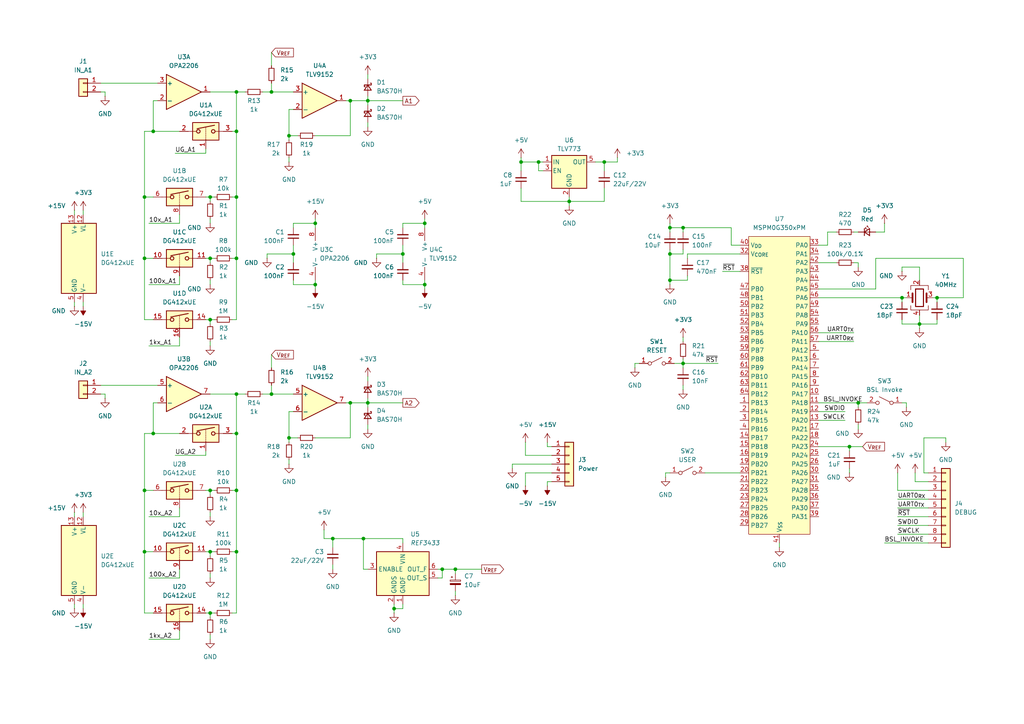
<source format=kicad_sch>
(kicad_sch (version 20250114) (generator "eeschema") (generator_version "9.0")
  (paper "A4")
  (junction (at 68.58 38.1))
  (junction (at 60.96 160.02))
  (junction (at 83.82 127))
  (junction (at 41.91 160.02))
  (junction (at 68.58 125.73))
  (junction (at 271.78 86.36))
  (junction (at 91.44 64.77))
  (junction (at 44.45 125.73))
  (junction (at 194.31 81.28))
  (junction (at 123.19 64.77))
  (junction (at 41.91 74.93))
  (junction (at 68.58 26.67))
  (junction (at 198.12 66.04))
  (junction (at 68.58 57.15))
  (junction (at 85.09 73.66))
  (junction (at 68.58 114.3))
  (junction (at 68.58 74.93))
  (junction (at 132.08 165.1))
  (junction (at 151.13 46.99))
  (junction (at 198.12 105.41))
  (junction (at 123.19 82.55))
  (junction (at 96.52 156.21))
  (junction (at 106.68 116.84))
  (junction (at 60.96 74.93))
  (junction (at 194.31 73.66))
  (junction (at 60.96 142.24))
  (junction (at 41.91 142.24))
  (junction (at 194.31 66.04))
  (junction (at 165.1 58.42))
  (junction (at 101.6 29.21))
  (junction (at 261.62 86.36))
  (junction (at 60.96 57.15))
  (junction (at 106.68 29.21))
  (junction (at 248.92 116.84))
  (junction (at 83.82 39.37))
  (junction (at 41.91 57.15))
  (junction (at 116.84 73.66))
  (junction (at 266.7 93.98))
  (junction (at 60.96 92.71))
  (junction (at 114.3 176.53))
  (junction (at 175.26 46.99))
  (junction (at 246.38 129.54))
  (junction (at 91.44 82.55))
  (junction (at 68.58 160.02))
  (junction (at 105.41 156.21))
  (junction (at 156.21 46.99))
  (junction (at 68.58 142.24))
  (junction (at 60.96 177.8))
  (junction (at 78.74 114.3))
  (junction (at 44.45 38.1))
  (junction (at 128.27 165.1))
  (junction (at 101.6 116.84))
  (junction (at 78.74 26.67))
  (wire (pts (xy 248.92 123.19) (xy 248.92 124.46)))
  (wire (pts (xy 21.59 60.96) (xy 21.59 62.23)))
  (wire (pts (xy 114.3 176.53) (xy 114.3 177.8)))
  (wire (pts (xy 41.91 125.73) (xy 41.91 142.24)))
  (wire (pts (xy 198.12 111.76) (xy 198.12 113.03)))
  (wire (pts (xy 41.91 125.73) (xy 44.45 125.73)))
  (wire (pts (xy 96.52 156.21) (xy 96.52 158.75)))
  (wire (pts (xy 198.12 105.41) (xy 208.28 105.41)))
  (wire (pts (xy 41.91 92.71) (xy 44.45 92.71)))
  (wire (pts (xy 43.18 185.42) (xy 52.07 185.42)))
  (wire (pts (xy 271.78 92.71) (xy 271.78 93.98)))
  (wire (pts (xy 93.98 156.21) (xy 96.52 156.21)))
  (wire (pts (xy 123.19 82.55) (xy 116.84 82.55)))
  (wire (pts (xy 237.49 99.06) (xy 247.65 99.06)))
  (wire (pts (xy 43.18 64.77) (xy 52.07 64.77)))
  (wire (pts (xy 247.65 67.31) (xy 248.92 67.31)))
  (wire (pts (xy 68.58 114.3) (xy 68.58 125.73)))
  (wire (pts (xy 71.12 114.3) (xy 68.58 114.3)))
  (wire (pts (xy 44.45 125.73) (xy 52.07 125.73)))
  (wire (pts (xy 237.49 116.84) (xy 248.92 116.84)))
  (wire (pts (xy 261.62 77.47) (xy 261.62 78.74)))
  (wire (pts (xy 59.69 142.24) (xy 60.96 142.24)))
  (wire (pts (xy 266.7 77.47) (xy 261.62 77.47)))
  (wire (pts (xy 44.45 29.21) (xy 44.45 38.1)))
  (wire (pts (xy 77.47 73.66) (xy 85.09 73.66)))
  (wire (pts (xy 151.13 58.42) (xy 151.13 54.61)))
  (wire (pts (xy 165.1 57.15) (xy 165.1 58.42)))
  (wire (pts (xy 59.69 177.8) (xy 60.96 177.8)))
  (wire (pts (xy 68.58 160.02) (xy 68.58 177.8)))
  (wire (pts (xy 60.96 142.24) (xy 62.23 142.24)))
  (wire (pts (xy 76.2 114.3) (xy 78.74 114.3)))
  (wire (pts (xy 152.4 132.08) (xy 152.4 128.27)))
  (wire (pts (xy 132.08 171.45) (xy 132.08 172.72)))
  (wire (pts (xy 116.84 156.21) (xy 116.84 157.48)))
  (wire (pts (xy 41.91 57.15) (xy 41.91 74.93)))
  (wire (pts (xy 116.84 82.55) (xy 116.84 81.28)))
  (wire (pts (xy 212.09 66.04) (xy 198.12 66.04)))
  (wire (pts (xy 106.68 116.84) (xy 116.84 116.84)))
  (wire (pts (xy 157.48 49.53) (xy 156.21 49.53)))
  (wire (pts (xy 52.07 182.88) (xy 52.07 185.42)))
  (wire (pts (xy 128.27 167.64) (xy 128.27 165.1)))
  (wire (pts (xy 44.45 38.1) (xy 41.91 38.1)))
  (wire (pts (xy 43.18 100.33) (xy 52.07 100.33)))
  (wire (pts (xy 29.21 24.13) (xy 45.72 24.13)))
  (wire (pts (xy 199.39 81.28) (xy 199.39 80.01)))
  (wire (pts (xy 240.03 67.31) (xy 240.03 71.12)))
  (wire (pts (xy 266.7 93.98) (xy 266.7 95.25)))
  (wire (pts (xy 279.4 74.93) (xy 254 74.93)))
  (wire (pts (xy 67.31 177.8) (xy 68.58 177.8)))
  (wire (pts (xy 67.31 125.73) (xy 68.58 125.73)))
  (wire (pts (xy 262.89 116.84) (xy 262.89 118.11)))
  (wire (pts (xy 256.54 67.31) (xy 254 67.31)))
  (wire (pts (xy 60.96 177.8) (xy 60.96 179.07)))
  (wire (pts (xy 248.92 77.47) (xy 248.92 76.2)))
  (wire (pts (xy 274.32 128.27) (xy 274.32 127)))
  (wire (pts (xy 83.82 39.37) (xy 86.36 39.37)))
  (wire (pts (xy 59.69 132.08) (xy 50.8 132.08)))
  (wire (pts (xy 60.96 99.06) (xy 60.96 100.33)))
  (wire (pts (xy 44.45 116.84) (xy 45.72 116.84)))
  (wire (pts (xy 271.78 86.36) (xy 279.4 86.36)))
  (wire (pts (xy 105.41 165.1) (xy 106.68 165.1)))
  (wire (pts (xy 123.19 64.77) (xy 123.19 66.04)))
  (wire (pts (xy 83.82 119.38) (xy 85.09 119.38)))
  (wire (pts (xy 85.09 26.67) (xy 78.74 26.67)))
  (wire (pts (xy 91.44 81.28) (xy 91.44 82.55)))
  (wire (pts (xy 43.18 82.55) (xy 52.07 82.55)))
  (wire (pts (xy 96.52 163.83) (xy 96.52 165.1)))
  (wire (pts (xy 60.96 166.37) (xy 60.96 167.64)))
  (wire (pts (xy 160.02 132.08) (xy 152.4 132.08)))
  (wire (pts (xy 279.4 86.36) (xy 279.4 74.93)))
  (wire (pts (xy 261.62 87.63) (xy 261.62 86.36)))
  (wire (pts (xy 123.19 81.28) (xy 123.19 82.55)))
  (wire (pts (xy 123.19 82.55) (xy 123.19 83.82)))
  (wire (pts (xy 52.07 80.01) (xy 52.07 82.55)))
  (wire (pts (xy 106.68 27.94) (xy 106.68 29.21)))
  (wire (pts (xy 116.84 156.21) (xy 105.41 156.21)))
  (wire (pts (xy 148.59 134.62) (xy 160.02 134.62)))
  (wire (pts (xy 106.68 30.48) (xy 106.68 29.21)))
  (wire (pts (xy 85.09 73.66) (xy 85.09 76.2)))
  (wire (pts (xy 24.13 87.63) (xy 24.13 88.9)))
  (wire (pts (xy 160.02 129.54) (xy 158.75 129.54)))
  (wire (pts (xy 67.31 38.1) (xy 68.58 38.1)))
  (wire (pts (xy 109.22 73.66) (xy 116.84 73.66)))
  (wire (pts (xy 158.75 140.97) (xy 158.75 139.7)))
  (wire (pts (xy 68.58 38.1) (xy 68.58 57.15)))
  (wire (pts (xy 101.6 29.21) (xy 106.68 29.21)))
  (wire (pts (xy 60.96 142.24) (xy 60.96 143.51)))
  (wire (pts (xy 83.82 127) (xy 86.36 127)))
  (wire (pts (xy 194.31 81.28) (xy 199.39 81.28)))
  (wire (pts (xy 52.07 147.32) (xy 52.07 149.86)))
  (wire (pts (xy 266.7 81.28) (xy 266.7 77.47)))
  (wire (pts (xy 60.96 160.02) (xy 62.23 160.02)))
  (wire (pts (xy 85.09 114.3) (xy 78.74 114.3)))
  (wire (pts (xy 127 167.64) (xy 128.27 167.64)))
  (wire (pts (xy 256.54 157.48) (xy 269.24 157.48)))
  (wire (pts (xy 246.38 129.54) (xy 246.38 130.81)))
  (wire (pts (xy 41.91 160.02) (xy 41.91 177.8)))
  (wire (pts (xy 237.49 86.36) (xy 261.62 86.36)))
  (wire (pts (xy 59.69 74.93) (xy 60.96 74.93)))
  (wire (pts (xy 246.38 135.89) (xy 246.38 137.16)))
  (wire (pts (xy 101.6 29.21) (xy 101.6 39.37)))
  (wire (pts (xy 59.69 92.71) (xy 60.96 92.71)))
  (wire (pts (xy 78.74 114.3) (xy 78.74 111.76)))
  (wire (pts (xy 59.69 130.81) (xy 59.69 132.08)))
  (wire (pts (xy 91.44 64.77) (xy 85.09 64.77)))
  (wire (pts (xy 60.96 81.28) (xy 60.96 82.55)))
  (wire (pts (xy 256.54 64.77) (xy 256.54 67.31)))
  (wire (pts (xy 83.82 39.37) (xy 83.82 40.64)))
  (wire (pts (xy 67.31 92.71) (xy 68.58 92.71)))
  (wire (pts (xy 93.98 153.67) (xy 93.98 156.21)))
  (wire (pts (xy 198.12 66.04) (xy 194.31 66.04)))
  (wire (pts (xy 209.55 78.74) (xy 214.63 78.74)))
  (wire (pts (xy 105.41 156.21) (xy 105.41 165.1)))
  (wire (pts (xy 106.68 109.22) (xy 106.68 110.49)))
  (wire (pts (xy 24.13 148.59) (xy 24.13 149.86)))
  (wire (pts (xy 106.68 123.19) (xy 106.68 124.46)))
  (wire (pts (xy 21.59 87.63) (xy 21.59 88.9)))
  (wire (pts (xy 91.44 63.5) (xy 91.44 64.77)))
  (wire (pts (xy 261.62 86.36) (xy 262.89 86.36)))
  (wire (pts (xy 242.57 67.31) (xy 240.03 67.31)))
  (wire (pts (xy 175.26 46.99) (xy 172.72 46.99)))
  (wire (pts (xy 260.35 137.16) (xy 260.35 142.24)))
  (wire (pts (xy 214.63 71.12) (xy 212.09 71.12)))
  (wire (pts (xy 41.91 74.93) (xy 44.45 74.93)))
  (wire (pts (xy 68.58 125.73) (xy 68.58 142.24)))
  (wire (pts (xy 60.96 114.3) (xy 68.58 114.3)))
  (wire (pts (xy 101.6 116.84) (xy 106.68 116.84)))
  (wire (pts (xy 260.35 147.32) (xy 269.24 147.32)))
  (wire (pts (xy 21.59 175.26) (xy 21.59 176.53)))
  (wire (pts (xy 237.49 76.2) (xy 242.57 76.2)))
  (wire (pts (xy 68.58 142.24) (xy 68.58 160.02)))
  (wire (pts (xy 132.08 165.1) (xy 132.08 166.37)))
  (wire (pts (xy 151.13 49.53) (xy 151.13 46.99)))
  (wire (pts (xy 265.43 139.7) (xy 269.24 139.7)))
  (wire (pts (xy 24.13 175.26) (xy 24.13 176.53)))
  (wire (pts (xy 41.91 74.93) (xy 41.91 92.71)))
  (wire (pts (xy 109.22 74.93) (xy 109.22 73.66)))
  (wire (pts (xy 68.58 26.67) (xy 68.58 38.1)))
  (wire (pts (xy 21.59 148.59) (xy 21.59 149.86)))
  (wire (pts (xy 52.07 97.79) (xy 52.07 100.33)))
  (wire (pts (xy 41.91 57.15) (xy 44.45 57.15)))
  (wire (pts (xy 44.45 38.1) (xy 52.07 38.1)))
  (wire (pts (xy 83.82 119.38) (xy 83.82 127)))
  (wire (pts (xy 91.44 82.55) (xy 85.09 82.55)))
  (wire (pts (xy 96.52 156.21) (xy 105.41 156.21)))
  (wire (pts (xy 68.58 74.93) (xy 68.58 92.71)))
  (wire (pts (xy 261.62 116.84) (xy 262.89 116.84)))
  (wire (pts (xy 106.68 35.56) (xy 106.68 36.83)))
  (wire (pts (xy 59.69 160.02) (xy 60.96 160.02)))
  (wire (pts (xy 266.7 91.44) (xy 266.7 93.98)))
  (wire (pts (xy 41.91 38.1) (xy 41.91 57.15)))
  (wire (pts (xy 106.68 118.11) (xy 106.68 116.84)))
  (wire (pts (xy 198.12 72.39) (xy 198.12 73.66)))
  (wire (pts (xy 30.48 114.3) (xy 29.21 114.3)))
  (wire (pts (xy 43.18 149.86) (xy 52.07 149.86)))
  (wire (pts (xy 76.2 26.67) (xy 78.74 26.67)))
  (wire (pts (xy 116.84 176.53) (xy 116.84 175.26)))
  (wire (pts (xy 106.68 29.21) (xy 116.84 29.21)))
  (wire (pts (xy 127 165.1) (xy 128.27 165.1)))
  (wire (pts (xy 106.68 21.59) (xy 106.68 22.86)))
  (wire (pts (xy 83.82 31.75) (xy 83.82 39.37)))
  (wire (pts (xy 165.1 58.42) (xy 151.13 58.42)))
  (wire (pts (xy 237.49 119.38) (xy 245.11 119.38)))
  (wire (pts (xy 165.1 58.42) (xy 165.1 59.69)))
  (wire (pts (xy 237.49 96.52) (xy 247.65 96.52)))
  (wire (pts (xy 83.82 45.72) (xy 83.82 46.99)))
  (wire (pts (xy 151.13 46.99) (xy 156.21 46.99)))
  (wire (pts (xy 158.75 139.7) (xy 160.02 139.7)))
  (wire (pts (xy 132.08 165.1) (xy 139.7 165.1)))
  (wire (pts (xy 204.47 137.16) (xy 214.63 137.16)))
  (wire (pts (xy 128.27 165.1) (xy 132.08 165.1)))
  (wire (pts (xy 101.6 39.37) (xy 91.44 39.37)))
  (wire (pts (xy 41.91 160.02) (xy 44.45 160.02)))
  (wire (pts (xy 83.82 133.35) (xy 83.82 134.62)))
  (wire (pts (xy 254 74.93) (xy 254 83.82)))
  (wire (pts (xy 78.74 15.24) (xy 78.74 19.05)))
  (wire (pts (xy 114.3 176.53) (xy 116.84 176.53)))
  (wire (pts (xy 91.44 64.77) (xy 91.44 66.04)))
  (wire (pts (xy 60.96 74.93) (xy 60.96 76.2)))
  (wire (pts (xy 195.58 105.41) (xy 198.12 105.41)))
  (wire (pts (xy 100.33 29.21) (xy 101.6 29.21)))
  (wire (pts (xy 193.04 137.16) (xy 193.04 138.43)))
  (wire (pts (xy 274.32 127) (xy 267.97 127)))
  (wire (pts (xy 152.4 137.16) (xy 152.4 140.97)))
  (wire (pts (xy 85.09 82.55) (xy 85.09 81.28)))
  (wire (pts (xy 226.06 157.48) (xy 226.06 158.75)))
  (wire (pts (xy 260.35 142.24) (xy 269.24 142.24)))
  (wire (pts (xy 198.12 97.79) (xy 198.12 99.06)))
  (wire (pts (xy 78.74 102.87) (xy 78.74 106.68)))
  (wire (pts (xy 198.12 66.04) (xy 198.12 67.31)))
  (wire (pts (xy 30.48 115.57) (xy 30.48 114.3)))
  (wire (pts (xy 59.69 43.18) (xy 59.69 44.45)))
  (wire (pts (xy 260.35 154.94) (xy 269.24 154.94)))
  (wire (pts (xy 60.96 184.15) (xy 60.96 185.42)))
  (wire (pts (xy 270.51 86.36) (xy 271.78 86.36)))
  (wire (pts (xy 175.26 49.53) (xy 175.26 46.99)))
  (wire (pts (xy 91.44 82.55) (xy 91.44 83.82)))
  (wire (pts (xy 212.09 71.12) (xy 212.09 66.04)))
  (wire (pts (xy 185.42 105.41) (xy 184.15 105.41)))
  (wire (pts (xy 214.63 73.66) (xy 199.39 73.66)))
  (wire (pts (xy 85.09 31.75) (xy 83.82 31.75)))
  (wire (pts (xy 194.31 64.77) (xy 194.31 66.04)))
  (wire (pts (xy 30.48 27.94) (xy 30.48 26.67)))
  (wire (pts (xy 67.31 57.15) (xy 68.58 57.15)))
  (wire (pts (xy 237.49 121.92) (xy 245.11 121.92)))
  (wire (pts (xy 265.43 137.16) (xy 265.43 139.7)))
  (wire (pts (xy 68.58 26.67) (xy 71.12 26.67)))
  (wire (pts (xy 260.35 144.78) (xy 269.24 144.78)))
  (wire (pts (xy 60.96 57.15) (xy 62.23 57.15)))
  (wire (pts (xy 175.26 54.61) (xy 175.26 58.42)))
  (wire (pts (xy 52.07 62.23) (xy 52.07 64.77)))
  (wire (pts (xy 67.31 74.93) (xy 68.58 74.93)))
  (wire (pts (xy 267.97 137.16) (xy 269.24 137.16)))
  (wire (pts (xy 52.07 165.1) (xy 52.07 167.64)))
  (wire (pts (xy 148.59 135.89) (xy 148.59 134.62)))
  (wire (pts (xy 165.1 58.42) (xy 175.26 58.42)))
  (wire (pts (xy 59.69 57.15) (xy 60.96 57.15)))
  (wire (pts (xy 260.35 149.86) (xy 269.24 149.86)))
  (wire (pts (xy 158.75 129.54) (xy 158.75 128.27)))
  (wire (pts (xy 156.21 46.99) (xy 156.21 49.53)))
  (wire (pts (xy 83.82 127) (xy 83.82 128.27)))
  (wire (pts (xy 60.96 63.5) (xy 60.96 64.77)))
  (wire (pts (xy 67.31 142.24) (xy 68.58 142.24)))
  (wire (pts (xy 261.62 93.98) (xy 261.62 92.71)))
  (wire (pts (xy 123.19 63.5) (xy 123.19 64.77)))
  (wire (pts (xy 60.96 26.67) (xy 68.58 26.67)))
  (wire (pts (xy 199.39 73.66) (xy 199.39 74.93)))
  (wire (pts (xy 85.09 71.12) (xy 85.09 73.66)))
  (wire (pts (xy 194.31 81.28) (xy 194.31 82.55)))
  (wire (pts (xy 246.38 129.54) (xy 250.19 129.54)))
  (wire (pts (xy 271.78 93.98) (xy 266.7 93.98)))
  (wire (pts (xy 30.48 26.67) (xy 29.21 26.67)))
  (wire (pts (xy 106.68 115.57) (xy 106.68 116.84)))
  (wire (pts (xy 184.15 105.41) (xy 184.15 106.68)))
  (wire (pts (xy 77.47 74.93) (xy 77.47 73.66)))
  (wire (pts (xy 44.45 29.21) (xy 45.72 29.21)))
  (wire (pts (xy 198.12 73.66) (xy 194.31 73.66)))
  (wire (pts (xy 194.31 73.66) (xy 194.31 81.28)))
  (wire (pts (xy 248.92 116.84) (xy 251.46 116.84)))
  (wire (pts (xy 254 83.82) (xy 237.49 83.82)))
  (wire (pts (xy 24.13 60.96) (xy 24.13 62.23)))
  (wire (pts (xy 248.92 76.2) (xy 247.65 76.2)))
  (wire (pts (xy 43.18 167.64) (xy 52.07 167.64)))
  (wire (pts (xy 60.96 57.15) (xy 60.96 58.42)))
  (wire (pts (xy 156.21 46.99) (xy 157.48 46.99)))
  (wire (pts (xy 116.84 73.66) (xy 116.84 76.2)))
  (wire (pts (xy 60.96 74.93) (xy 62.23 74.93)))
  (wire (pts (xy 41.91 142.24) (xy 41.91 160.02)))
  (wire (pts (xy 198.12 105.41) (xy 198.12 106.68)))
  (wire (pts (xy 260.35 152.4) (xy 269.24 152.4)))
  (wire (pts (xy 78.74 26.67) (xy 78.74 24.13)))
  (wire (pts (xy 175.26 46.99) (xy 179.07 46.99)))
  (wire (pts (xy 41.91 177.8) (xy 44.45 177.8)))
  (wire (pts (xy 60.96 148.59) (xy 60.96 149.86)))
  (wire (pts (xy 240.03 71.12) (xy 237.49 71.12)))
  (wire (pts (xy 198.12 104.14) (xy 198.12 105.41)))
  (wire (pts (xy 160.02 137.16) (xy 152.4 137.16)))
  (wire (pts (xy 100.33 116.84) (xy 101.6 116.84)))
  (wire (pts (xy 60.96 177.8) (xy 62.23 177.8)))
  (wire (pts (xy 67.31 160.02) (xy 68.58 160.02)))
  (wire (pts (xy 85.09 64.77) (xy 85.09 66.04)))
  (wire (pts (xy 29.21 111.76) (xy 45.72 111.76)))
  (wire (pts (xy 194.31 137.16) (xy 193.04 137.16)))
  (wire (pts (xy 101.6 116.84) (xy 101.6 127)))
  (wire (pts (xy 237.49 129.54) (xy 246.38 129.54)))
  (wire (pts (xy 194.31 72.39) (xy 194.31 73.66)))
  (wire (pts (xy 194.31 66.04) (xy 194.31 67.31)))
  (wire (pts (xy 101.6 127) (xy 91.44 127)))
  (wire (pts (xy 267.97 127) (xy 267.97 137.16)))
  (wire (pts (xy 116.84 71.12) (xy 116.84 73.66)))
  (wire (pts (xy 59.69 44.45) (xy 50.8 44.45)))
  (wire (pts (xy 44.45 116.84) (xy 44.45 125.73)))
  (wire (pts (xy 60.96 92.71) (xy 62.23 92.71)))
  (wire (pts (xy 248.92 116.84) (xy 248.92 118.11)))
  (wire (pts (xy 151.13 45.72) (xy 151.13 46.99)))
  (wire (pts (xy 179.07 45.72) (xy 179.07 46.99)))
  (wire (pts (xy 271.78 86.36) (xy 271.78 87.63)))
  (wire (pts (xy 123.19 64.77) (xy 116.84 64.77)))
  (wire (pts (xy 41.91 142.24) (xy 44.45 142.24)))
  (wire (pts (xy 116.84 64.77) (xy 116.84 66.04)))
  (wire (pts (xy 114.3 175.26) (xy 114.3 176.53)))
  (wire (pts (xy 266.7 93.98) (xy 261.62 93.98)))
  (wire (pts (xy 60.96 160.02) (xy 60.96 161.29)))
  (wire (pts (xy 68.58 57.15) (xy 68.58 74.93)))
  (wire (pts (xy 60.96 92.71) (xy 60.96 93.98)))
  (label "BSL_INVOKE" (at 250.19 116.84 180))
  (label "SWDIO" (at 245.11 119.38 180))
  (label "~{RST}" (at 260.35 149.86 0))
  (label "1kx_A1" (at 43.18 100.33 0))
  (label "~{RST}" (at 209.55 78.74 0))
  (label "UART0_{TX}" (at 260.35 147.32 0))
  (label "SWCLK" (at 245.11 121.92 180))
  (label "SWCLK" (at 260.35 154.94 0))
  (label "UG_A2" (at 50.8 132.08 0))
  (label "~{RST}" (at 208.28 105.41 180))
  (label "UG_A1" (at 50.8 44.45 0))
  (label "1kx_A2" (at 43.18 185.42 0))
  (label "10x_A2" (at 43.18 149.86 0))
  (label "BSL_INVOKE" (at 256.54 157.48 0))
  (label "SWDIO" (at 260.35 152.4 0))
  (label "UART0_{RX}" (at 247.65 99.06 180))
  (label "UART0_{TX}" (at 247.65 96.52 180))
  (label "100x_A1" (at 43.18 82.55 0))
  (label "10x_A1" (at 43.18 64.77 0))
  (label "100x_A2" (at 43.18 167.64 0))
  (label "UART0_{RX}" (at 260.35 144.78 0))
  (global_label "A2" (shape output) (at 116.84 116.84 0) (property "Intersheetrefs" "${INTERSHEET_REFS}" (effects (hide yes))))
  (global_label "V_{REF}" (shape input) (at 78.74 102.87 0) (property "Intersheetrefs" "${INTERSHEET_REFS}" (effects (hide yes))))
  (global_label "V_{REF}" (shape input) (at 250.19 129.54 0) (property "Intersheetrefs" "${INTERSHEET_REFS}" (effects (hide yes))))
  (global_label "V_{REF}" (shape output) (at 139.7 165.1 0) (property "Intersheetrefs" "${INTERSHEET_REFS}" (effects (hide yes))))
  (global_label "A1" (shape output) (at 116.84 29.21 0) (property "Intersheetrefs" "${INTERSHEET_REFS}" (effects (hide yes))))
  (global_label "V_{REF}" (shape input) (at 78.74 15.24 0) (property "Intersheetrefs" "${INTERSHEET_REFS}" (effects (hide yes))))
  (symbol (lib_id "Device:C_Small") (at 194.31 69.85 180) (unit 1)
    (property "Reference" "C14" (at 191.77 68.5735 0) (effects (justify left)))
    (property "Value" "10uF" (at 191.77 71.1135 0) (effects (justify left)))
    (property "Footprint" "Capacitor_SMD:C_0603_1608Metric" (effects (hide yes)))
    (property "Description" "Unpolarized capacitor, small symbol" (effects (hide yes)))
  )
  (symbol (lib_id "power:-15V") (at 158.75 140.97 180) (unit 1)
    (property "Reference" "#PWR041" (effects (hide yes)))
    (property "Value" "-15V" (at 158.75 146.05 0))
    (property "Description" "Power symbol creates a global label with name \"-15V\"" (effects (hide yes)))
  )
  (symbol (lib_id "power:GND") (at 106.68 36.83 0) (unit 1)
    (property "Reference" "#PWR026" (effects (hide yes)))
    (property "Value" "GND" (at 106.68 41.91 0))
    (property "Description" "Power symbol creates a global label with name \"GND\" , ground" (effects (hide yes)))
  )
  (symbol (lib_id "power:GND") (at 83.82 134.62 0) (unit 1)
    (property "Reference" "#PWR019" (effects (hide yes)))
    (property "Value" "GND" (at 83.82 139.7 0))
    (property "Description" "Power symbol creates a global label with name \"GND\" , ground" (effects (hide yes)))
  )
  (symbol (lib_id "power:GND") (at 184.15 106.68 0) (unit 1)
    (property "Reference" "#PWR045" (effects (hide yes)))
    (property "Value" "GND" (at 184.15 111.76 0))
    (property "Description" "Power symbol creates a global label with name \"GND\" , ground" (effects (hide yes)))
  )
  (symbol (lib_id "Device:R_Small") (at 60.96 163.83 180) (unit 1)
    (property "Reference" "R5" (at 63.5 162.5599 0) (effects (justify right)))
    (property "Value" "1k" (at 63.5 165.0999 0) (effects (justify right)))
    (property "Footprint" "Resistor_SMD:R_0603_1608Metric" (effects (hide yes)))
    (property "Description" "Resistor, small symbol" (effects (hide yes)))
  )
  (symbol (lib_id "Amplifier_Operational:OPA2277") (at 53.34 26.67 0) (unit 1)
    (property "Reference" "U3" (at 53.34 16.51 0))
    (property "Value" "OPA2206" (at 53.34 19.05 0))
    (property "Footprint" "Package_SO:SOIC-8_3.9x4.9mm_P1.27mm" (effects (hide yes)))
    (property "Datasheet" "https://www.ti.com/lit/gpn/opa2206" (effects (hide yes)))
    (property "Description" "Dual High Precision Operational Amplifiers, DIP-8/SOIC-8" (effects (hide yes)))
  )
  (symbol (lib_id "Analog_Switch:DG412xUE") (at 59.69 125.73 0) (unit 1)
    (property "Reference" "U2" (at 59.69 118.11 0))
    (property "Value" "DG412xUE" (at 59.69 120.65 0))
    (property "Footprint" "Package_SO:TSSOP-16_4.4x5mm_P0.65mm" (effects (hide yes)))
    (property "Datasheet" "https://datasheets.maximintegrated.com/en/ds/DG411-DG413.pdf" (effects (hide yes)))
    (property "Description" "Quad SPST Monolithic CMOS Analog Switches, normally OFF, 17Ohm Ron, TSSOP-16" (effects (hide yes)))
  )
  (symbol (lib_id "power:+15V") (at 91.44 63.5 0) (unit 1)
    (property "Reference" "#PWR022" (effects (hide yes)))
    (property "Value" "+15V" (at 91.44 58.42 0))
    (property "Description" "Power symbol creates a global label with name \"+15V\"" (effects (hide yes)))
  )
  (symbol (lib_id "Amplifier_Operational:TLV2372") (at 92.71 116.84 0) (unit 2)
    (property "Reference" "U4" (at 92.71 106.68 0))
    (property "Value" "TLV9152" (at 92.71 109.22 0))
    (property "Footprint" "Package_SO:SOIC-8_3.9x4.9mm_P1.27mm" (effects (hide yes)))
    (property "Datasheet" "https://www.ti.com/lit/ds/symlink/tlv9152.pdf" (effects (hide yes)))
    (property "Description" "Dual Rail-to-Rail Input/Output Operational Amplifier, DIP-8/SOIC-8/VSSOP-8" (effects (hide yes)))
  )
  (symbol (lib_id "power:GND") (at 21.59 176.53 0) (unit 1)
    (property "Reference" "#PWR04" (effects (hide yes)))
    (property "Value" "GND" (at 19.05 177.7999 0) (effects (justify right)))
    (property "Description" "Power symbol creates a global label with name \"GND\" , ground" (effects (hide yes)))
  )
  (symbol (lib_id "Analog_Switch:DG412xUE") (at 52.07 160.02 0) (unit 3)
    (property "Reference" "U2" (at 52.07 152.4 0))
    (property "Value" "DG412xUE" (at 52.07 154.94 0))
    (property "Footprint" "Package_SO:TSSOP-16_4.4x5mm_P0.65mm" (effects (hide yes)))
    (property "Datasheet" "https://datasheets.maximintegrated.com/en/ds/DG411-DG413.pdf" (effects (hide yes)))
    (property "Description" "Quad SPST Monolithic CMOS Analog Switches, normally OFF, 17Ohm Ron, TSSOP-16" (effects (hide yes)))
  )
  (symbol (lib_id "power:GND") (at 60.96 100.33 0) (unit 1)
    (property "Reference" "#PWR013" (effects (hide yes)))
    (property "Value" "GND" (at 60.96 105.41 0))
    (property "Description" "Power symbol creates a global label with name \"GND\" , ground" (effects (hide yes)))
  )
  (symbol (lib_id "Device:C_Small") (at 198.12 69.85 180) (unit 1)
    (property "Reference" "C15" (at 200.66 68.5735 0) (effects (justify right)))
    (property "Value" "100nF" (at 200.66 71.1135 0) (effects (justify right)))
    (property "Footprint" "Capacitor_SMD:C_0603_1608Metric" (effects (hide yes)))
    (property "Description" "Unpolarized capacitor, small symbol" (effects (hide yes)))
  )
  (symbol (lib_id "Device:R_Small") (at 83.82 130.81 180) (unit 1)
    (property "Reference" "R18" (at 81.28 129.5399 0) (effects (justify left)))
    (property "Value" "2k" (at 81.28 132.0799 0) (effects (justify left)))
    (property "Footprint" "Resistor_SMD:R_0603_1608Metric" (effects (hide yes)))
    (property "Description" "Resistor, small symbol" (effects (hide yes)))
  )
  (symbol (lib_id "Amplifier_Operational:TLV2372") (at 125.73 73.66 0) (unit 3)
    (property "Reference" "U4" (at 124.46 72.3899 0) (effects (justify left)))
    (property "Value" "TLV9152" (at 124.46 74.9299 0) (effects (justify left)))
    (property "Footprint" "Package_SO:SOIC-8_3.9x4.9mm_P1.27mm" (effects (hide yes)))
    (property "Datasheet" "https://www.ti.com/lit/ds/symlink/tlv9152.pdf" (effects (hide yes)))
    (property "Description" "Dual Rail-to-Rail Input/Output Operational Amplifier, DIP-8/SOIC-8/VSSOP-8" (effects (hide yes)))
  )
  (symbol (lib_id "Device:R_Small") (at 64.77 142.24 270) (unit 1)
    (property "Reference" "R10" (at 64.77 137.16 90))
    (property "Value" "10k" (at 64.77 139.7 90))
    (property "Footprint" "Resistor_SMD:R_0603_1608Metric" (effects (hide yes)))
    (property "Description" "Resistor, small symbol" (effects (hide yes)))
  )
  (symbol (lib_id "power:+3V3") (at 106.68 21.59 0) (unit 1)
    (property "Reference" "#PWR025" (effects (hide yes)))
    (property "Value" "+3V3" (at 106.68 16.51 0))
    (property "Description" "Power symbol creates a global label with name \"+3V3\"" (effects (hide yes)))
  )
  (symbol (lib_id "Device:R_Small") (at 60.96 181.61 180) (unit 1)
    (property "Reference" "R6" (at 63.5 180.3399 0) (effects (justify right)))
    (property "Value" "1k" (at 63.5 182.8799 0) (effects (justify right)))
    (property "Footprint" "Resistor_SMD:R_0603_1608Metric" (effects (hide yes)))
    (property "Description" "Resistor, small symbol" (effects (hide yes)))
  )
  (symbol (lib_id "meansOfCircuitDesign:MSPM0G350xPM") (at 226.06 101.6 0) (unit 1)
    (property "Reference" "U7" (at 226.06 63.5 0))
    (property "Value" "MSPM0G350xPM" (at 226.06 66.04 0))
    (property "Footprint" "Package_QFP:LQFP-64_10x10mm_P0.5mm" (effects (hide yes)))
    (property "Datasheet" "https://www.ti.com/lit/ds/symlink/mspm0g3507.pdf" (effects (hide yes)))
    (property "Description" "MSPM0G350x Mixed-Signal Microcontrollers With CAN-FD Interface" (effects (hide yes)))
  )
  (symbol (lib_id "power:GND") (at 106.68 124.46 0) (unit 1)
    (property "Reference" "#PWR028" (effects (hide yes)))
    (property "Value" "GND" (at 106.68 129.54 0))
    (property "Description" "Power symbol creates a global label with name \"GND\" , ground" (effects (hide yes)))
  )
  (symbol (lib_id "Device:R_Small") (at 60.96 78.74 180) (unit 1)
    (property "Reference" "R2" (at 63.5 77.4699 0) (effects (justify right)))
    (property "Value" "1k" (at 63.5 80.0099 0) (effects (justify right)))
    (property "Footprint" "Resistor_SMD:R_0603_1608Metric" (effects (hide yes)))
    (property "Description" "Resistor, small symbol" (effects (hide yes)))
  )
  (symbol (lib_id "Device:R_Small") (at 64.77 160.02 270) (unit 1)
    (property "Reference" "R11" (at 64.77 154.94 90))
    (property "Value" "100k" (at 64.77 157.48 90))
    (property "Footprint" "Resistor_SMD:R_0603_1608Metric" (effects (hide yes)))
    (property "Description" "Resistor, small symbol" (effects (hide yes)))
  )
  (symbol (lib_id "power:GND") (at 248.92 77.47 0) (unit 1)
    (property "Reference" "#PWR062" (effects (hide yes)))
    (property "Value" "GND" (at 248.92 82.55 0))
    (property "Description" "Power symbol creates a global label with name \"GND\" , ground" (effects (hide yes)))
  )
  (symbol (lib_id "power:+3V3") (at 256.54 64.77 0) (unit 1)
    (property "Reference" "#PWR065" (effects (hide yes)))
    (property "Value" "+3V3" (at 256.54 59.69 0))
    (property "Description" "Power symbol creates a global label with name \"+3V3\"" (effects (hide yes)))
  )
  (symbol (lib_id "power:+15V") (at 21.59 148.59 0) (unit 1)
    (property "Reference" "#PWR03" (effects (hide yes)))
    (property "Value" "+15V" (at 19.05 147.3199 0) (effects (justify right)))
    (property "Description" "Power symbol creates a global label with name \"+15V\"" (effects (hide yes)))
  )
  (symbol (lib_id "Analog_Switch:DG412xUE") (at 21.59 162.56 0) (unit 5)
    (property "Reference" "U2" (at 29.21 161.2899 0) (effects (justify left)))
    (property "Value" "DG412xUE" (at 29.21 163.8299 0) (effects (justify left)))
    (property "Footprint" "Package_SO:TSSOP-16_4.4x5mm_P0.65mm" (effects (hide yes)))
    (property "Datasheet" "https://datasheets.maximintegrated.com/en/ds/DG411-DG413.pdf" (effects (hide yes)))
    (property "Description" "Quad SPST Monolithic CMOS Analog Switches, normally OFF, 17Ohm Ron, TSSOP-16" (effects (hide yes)))
  )
  (symbol (lib_id "power:+15V") (at 21.59 60.96 0) (unit 1)
    (property "Reference" "#PWR01" (effects (hide yes)))
    (property "Value" "+15V" (at 19.05 59.6899 0) (effects (justify right)))
    (property "Description" "Power symbol creates a global label with name \"+15V\"" (effects (hide yes)))
  )
  (symbol (lib_id "power:-15V") (at 24.13 176.53 180) (unit 1)
    (property "Reference" "#PWR08" (effects (hide yes)))
    (property "Value" "-15V" (at 24.13 181.61 0))
    (property "Description" "Power symbol creates a global label with name \"-15V\"" (effects (hide yes)))
  )
  (symbol (lib_id "Device:R_Small") (at 64.77 57.15 270) (unit 1)
    (property "Reference" "R7" (at 64.77 52.07 90))
    (property "Value" "10k" (at 64.77 54.61 90))
    (property "Footprint" "Resistor_SMD:R_0603_1608Metric" (effects (hide yes)))
    (property "Description" "Resistor, small symbol" (effects (hide yes)))
  )
  (symbol (lib_id "Device:C_Small") (at 116.84 78.74 180) (unit 1)
    (property "Reference" "C6" (at 114.3 77.4635 0) (effects (justify left)))
    (property "Value" "100nF" (at 114.3 80.0035 0) (effects (justify left)))
    (property "Footprint" "Capacitor_SMD:C_0603_1608Metric" (effects (hide yes)))
    (property "Description" "Unpolarized capacitor, small symbol" (effects (hide yes)))
  )
  (symbol (lib_id "Device:C_Polarized_Small") (at 132.08 168.91 0) (unit 1)
    (property "Reference" "C7" (at 134.62 167.0938 0) (effects (justify left)))
    (property "Value" "10uF" (at 134.62 169.6338 0) (effects (justify left)))
    (property "Footprint" "Capacitor_SMD:CP_Elec_4x5.4" (effects (hide yes)))
    (property "Description" "Polarized capacitor, small symbol" (effects (hide yes)))
    (property "MPN" "875105240001" (effects (hide yes)))
  )
  (symbol (lib_id "Device:R_Small") (at 78.74 21.59 180) (unit 1)
    (property "Reference" "R15" (at 81.28 20.3199 0) (effects (justify right)))
    (property "Value" "2k" (at 81.28 22.8599 0) (effects (justify right)))
    (property "Footprint" "Resistor_SMD:R_0603_1608Metric" (effects (hide yes)))
    (property "Description" "Resistor, small symbol" (effects (hide yes)))
  )
  (symbol (lib_id "Device:R_Small") (at 73.66 26.67 90) (unit 1)
    (property "Reference" "R13" (at 73.66 29.21 90))
    (property "Value" "1k" (at 73.66 31.75 90))
    (property "Footprint" "Resistor_SMD:R_0603_1608Metric" (effects (hide yes)))
    (property "Description" "Resistor, small symbol" (effects (hide yes)))
  )
  (symbol (lib_id "Amplifier_Operational:OPA2277") (at 53.34 114.3 0) (unit 2)
    (property "Reference" "U3" (at 53.34 104.14 0))
    (property "Value" "OPA2206" (at 53.34 106.68 0))
    (property "Footprint" "Package_SO:SOIC-8_3.9x4.9mm_P1.27mm" (effects (hide yes)))
    (property "Datasheet" "https://www.ti.com/lit/gpn/opa2206" (effects (hide yes)))
    (property "Description" "Dual High Precision Operational Amplifiers, DIP-8/SOIC-8" (effects (hide yes)))
  )
  (symbol (lib_id "Analog_Switch:DG412xUE") (at 59.69 38.1 0) (unit 1)
    (property "Reference" "U1" (at 59.69 30.48 0))
    (property "Value" "DG412xUE" (at 59.69 33.02 0))
    (property "Footprint" "Package_SO:TSSOP-16_4.4x5mm_P0.65mm" (effects (hide yes)))
    (property "Datasheet" "https://datasheets.maximintegrated.com/en/ds/DG411-DG413.pdf" (effects (hide yes)))
    (property "Description" "Quad SPST Monolithic CMOS Analog Switches, normally OFF, 17Ohm Ron, TSSOP-16" (effects (hide yes)))
  )
  (symbol (lib_id "power:+5V") (at 93.98 153.67 0) (unit 1)
    (property "Reference" "#PWR020" (effects (hide yes)))
    (property "Value" "+5V" (at 93.98 148.59 0))
    (property "Description" "Power symbol creates a global label with name \"+5V\"" (effects (hide yes)))
  )
  (symbol (lib_id "Device:Crystal_GND24") (at 266.7 86.36 0) (unit 1)
    (property "Reference" "Y1" (at 274.32 80.0414 0))
    (property "Value" "40MHz" (at 274.32 82.5814 0))
    (property "Footprint" "Crystal:Crystal_SMD_SeikoEpson_TSX3225-4Pin_3.2x2.5mm" (effects (hide yes)))
    (property "Description" "Four pin crystal, GND on pins 2 and 4" (effects (hide yes)))
  )
  (symbol (lib_id "power:GND") (at 30.48 115.57 0) (mirror y) (unit 1)
    (property "Reference" "#PWR010" (effects (hide yes)))
    (property "Value" "GND" (at 30.48 120.65 0))
    (property "Description" "Power symbol creates a global label with name \"GND\" , ground" (effects (hide yes)))
  )
  (symbol (lib_id "Device:D_Schottky_Small") (at 106.68 120.65 270) (unit 1)
    (property "Reference" "D4" (at 109.22 119.1259 90) (effects (justify left)))
    (property "Value" "BAS70H" (at 109.22 121.6659 90) (effects (justify left)))
    (property "Footprint" "Diode_SMD:D_SOD-123F" (effects (hide yes)))
    (property "Description" "Schottky diode, small symbol" (effects (hide yes)))
  )
  (symbol (lib_id "Device:D_Schottky_Small") (at 106.68 113.03 270) (unit 1)
    (property "Reference" "D3" (at 109.22 111.5059 90) (effects (justify left)))
    (property "Value" "BAS70H" (at 109.22 114.0459 90) (effects (justify left)))
    (property "Footprint" "Diode_SMD:D_SOD-123F" (effects (hide yes)))
    (property "Description" "Schottky diode, small symbol" (effects (hide yes)))
  )
  (symbol (lib_id "power:GND") (at 96.52 165.1 0) (unit 1)
    (property "Reference" "#PWR021" (effects (hide yes)))
    (property "Value" "GND" (at 96.52 170.18 0))
    (property "Description" "Power symbol creates a global label with name \"GND\" , ground" (effects (hide yes)))
  )
  (symbol (lib_id "power:GND") (at 262.89 118.11 0) (mirror y) (unit 1)
    (property "Reference" "#PWR069" (effects (hide yes)))
    (property "Value" "GND" (at 262.89 123.19 0))
    (property "Description" "Power symbol creates a global label with name \"GND\" , ground" (effects (hide yes)))
  )
  (symbol (lib_id "power:+3V3") (at 106.68 109.22 0) (unit 1)
    (property "Reference" "#PWR027" (effects (hide yes)))
    (property "Value" "+3V3" (at 106.68 104.14 0))
    (property "Description" "Power symbol creates a global label with name \"+3V3\"" (effects (hide yes)))
  )
  (symbol (lib_id "power:+3V3") (at 179.07 45.72 0) (unit 1)
    (property "Reference" "#PWR047" (effects (hide yes)))
    (property "Value" "+3V3" (at 181.61 44.4499 0) (effects (justify left)))
    (property "Description" "Power symbol creates a global label with name \"+3V3\"" (effects (hide yes)))
  )
  (symbol (lib_id "power:GND") (at 60.96 149.86 0) (unit 1)
    (property "Reference" "#PWR014" (effects (hide yes)))
    (property "Value" "GND" (effects (hide yes)))
    (property "Description" "Power symbol creates a global label with name \"GND\" , ground" (effects (hide yes)))
  )
  (symbol (lib_id "Device:R_Small") (at 64.77 177.8 270) (unit 1)
    (property "Reference" "R12" (at 64.77 172.72 90))
    (property "Value" "1M" (at 64.77 175.26 90))
    (property "Footprint" "Resistor_SMD:R_0603_1608Metric" (effects (hide yes)))
    (property "Description" "Resistor, small symbol" (effects (hide yes)))
  )
  (symbol (lib_id "power:GND") (at 109.22 74.93 0) (unit 1)
    (property "Reference" "#PWR029" (effects (hide yes)))
    (property "Value" "GND" (at 106.68 76.1999 0) (effects (justify right)))
    (property "Description" "Power symbol creates a global label with name \"GND\" , ground" (effects (hide yes)))
  )
  (symbol (lib_id "Device:R_Small") (at 78.74 109.22 180) (unit 1)
    (property "Reference" "R16" (at 81.28 107.9499 0) (effects (justify right)))
    (property "Value" "2k" (at 81.28 110.4899 0) (effects (justify right)))
    (property "Footprint" "Resistor_SMD:R_0603_1608Metric" (effects (hide yes)))
    (property "Description" "Resistor, small symbol" (effects (hide yes)))
  )
  (symbol (lib_id "power:GND") (at 60.96 167.64 0) (unit 1)
    (property "Reference" "#PWR015" (effects (hide yes)))
    (property "Value" "GND" (effects (hide yes)))
    (property "Description" "Power symbol creates a global label with name \"GND\" , ground" (effects (hide yes)))
  )
  (symbol (lib_id "Device:R_Small") (at 88.9 39.37 90) (unit 1)
    (property "Reference" "R19" (at 88.9 41.91 90))
    (property "Value" "1k" (at 88.9 44.45 90))
    (property "Footprint" "Resistor_SMD:R_0603_1608Metric" (effects (hide yes)))
    (property "Description" "Resistor, small symbol" (effects (hide yes)))
  )
  (symbol (lib_id "Device:R_Small") (at 73.66 114.3 90) (unit 1)
    (property "Reference" "R14" (at 73.66 116.84 90))
    (property "Value" "1k" (at 73.66 119.38 90))
    (property "Footprint" "Resistor_SMD:R_0603_1608Metric" (effects (hide yes)))
    (property "Description" "Resistor, small symbol" (effects (hide yes)))
  )
  (symbol (lib_id "Amplifier_Operational:OPA2277") (at 93.98 73.66 0) (unit 3)
    (property "Reference" "U3" (at 92.71 72.3899 0) (effects (justify left)))
    (property "Value" "OPA2206" (at 92.71 74.9299 0) (effects (justify left)))
    (property "Footprint" "Package_SO:SOIC-8_3.9x4.9mm_P1.27mm" (effects (hide yes)))
    (property "Datasheet" "https://www.ti.com/lit/gpn/opa2206" (effects (hide yes)))
    (property "Description" "Dual High Precision Operational Amplifiers, DIP-8/SOIC-8" (effects (hide yes)))
  )
  (symbol (lib_id "Device:R_Small") (at 64.77 74.93 270) (unit 1)
    (property "Reference" "R8" (at 64.77 69.85 90))
    (property "Value" "100k" (at 64.77 72.39 90))
    (property "Footprint" "Resistor_SMD:R_0603_1608Metric" (effects (hide yes)))
    (property "Description" "Resistor, small symbol" (effects (hide yes)))
  )
  (symbol (lib_id "power:-15V") (at 91.44 83.82 180) (unit 1)
    (property "Reference" "#PWR023" (effects (hide yes)))
    (property "Value" "-15V" (at 91.44 88.9 0))
    (property "Description" "Power symbol creates a global label with name \"-15V\"" (effects (hide yes)))
  )
  (symbol (lib_id "power:+3V3") (at 24.13 148.59 0) (unit 1)
    (property "Reference" "#PWR07" (effects (hide yes)))
    (property "Value" "+3V3" (at 24.13 143.51 0))
    (property "Description" "Power symbol creates a global label with name \"+3V3\"" (effects (hide yes)))
  )
  (symbol (lib_id "Device:C_Small") (at 261.62 90.17 180) (unit 1)
    (property "Reference" "C23" (at 259.08 88.8935 0) (effects (justify left)))
    (property "Value" "18pF" (at 259.08 91.4335 0) (effects (justify left)))
    (property "Footprint" "Capacitor_SMD:C_0603_1608Metric" (effects (hide yes)))
    (property "Description" "Unpolarized capacitor, small symbol" (effects (hide yes)))
  )
  (symbol (lib_id "Device:C_Small") (at 116.84 68.58 180) (unit 1)
    (property "Reference" "C5" (at 114.3 67.3035 0) (effects (justify left)))
    (property "Value" "100nF" (at 114.3 69.8435 0) (effects (justify left)))
    (property "Footprint" "Capacitor_SMD:C_0603_1608Metric" (effects (hide yes)))
    (property "Description" "Unpolarized capacitor, small symbol" (effects (hide yes)))
  )
  (symbol (lib_id "Amplifier_Operational:TLV2372") (at 92.71 29.21 0) (unit 1)
    (property "Reference" "U4" (at 92.71 19.05 0))
    (property "Value" "TLV9152" (at 92.71 21.59 0))
    (property "Footprint" "Package_SO:SOIC-8_3.9x4.9mm_P1.27mm" (effects (hide yes)))
    (property "Datasheet" "https://www.ti.com/lit/ds/symlink/tlv9152.pdf" (effects (hide yes)))
    (property "Description" "Dual Rail-to-Rail Input/Output Operational Amplifier, DIP-8/SOIC-8/VSSOP-8" (effects (hide yes)))
  )
  (symbol (lib_id "Device:C_Small") (at 96.52 161.29 0) (unit 1)
    (property "Reference" "C3" (at 93.98 160.0262 0) (effects (justify right)))
    (property "Value" "22uF/22V" (at 93.98 162.5662 0) (effects (justify right)))
    (property "Footprint" "Capacitor_SMD:C_0603_1608Metric" (effects (hide yes)))
    (property "Description" "Unpolarized capacitor, small symbol" (effects (hide yes)))
  )
  (symbol (lib_id "power:GND") (at 246.38 137.16 0) (mirror y) (unit 1)
    (property "Reference" "#PWR061" (effects (hide yes)))
    (property "Value" "GND" (at 243.84 138.4299 0) (effects (justify left)))
    (property "Description" "Power symbol creates a global label with name \"GND\" , ground" (effects (hide yes)))
  )
  (symbol (lib_id "Device:C_Small") (at 271.78 90.17 180) (unit 1)
    (property "Reference" "C24" (at 274.32 88.8935 0) (effects (justify right)))
    (property "Value" "18pF" (at 274.32 91.4335 0) (effects (justify right)))
    (property "Footprint" "Capacitor_SMD:C_0603_1608Metric" (effects (hide yes)))
    (property "Description" "Unpolarized capacitor, small symbol" (effects (hide yes)))
  )
  (symbol (lib_id "Device:LED_Small") (at 251.46 67.31 0) (unit 1)
    (property "Reference" "D5" (at 251.5235 60.96 0))
    (property "Value" "Red" (at 251.5235 63.5 0))
    (property "Footprint" "LED_SMD:LED_0603_1608Metric" (effects (hide yes)))
    (property "Description" "Light emitting diode, small symbol" (effects (hide yes)))
  )
  (symbol (lib_id "power:GND") (at 30.48 27.94 0) (mirror y) (unit 1)
    (property "Reference" "#PWR09" (effects (hide yes)))
    (property "Value" "GND" (at 30.48 33.02 0))
    (property "Description" "Power symbol creates a global label with name \"GND\" , ground" (effects (hide yes)))
  )
  (symbol (lib_id "Device:C_Small") (at 85.09 68.58 180) (unit 1)
    (property "Reference" "C1" (at 82.55 67.3035 0) (effects (justify left)))
    (property "Value" "100nF" (at 82.55 69.8435 0) (effects (justify left)))
    (property "Footprint" "Capacitor_SMD:C_0603_1608Metric" (effects (hide yes)))
    (property "Description" "Unpolarized capacitor, small symbol" (effects (hide yes)))
  )
  (symbol (lib_id "power:+5V") (at 151.13 45.72 0) (unit 1)
    (property "Reference" "#PWR035" (effects (hide yes)))
    (property "Value" "+5V" (at 151.13 40.64 0))
    (property "Description" "Power symbol creates a global label with name \"+5V\"" (effects (hide yes)))
  )
  (symbol (lib_id "Connector_Generic:Conn_01x02") (at 24.13 24.13 0) (mirror y) (unit 1)
    (property "Reference" "J1" (at 24.13 17.78 0))
    (property "Value" "IN_A1" (at 24.13 20.32 0))
    (property "Footprint" "Connector_PinHeader_2.54mm:PinHeader_1x02_P2.54mm_Horizontal" (effects (hide yes)))
    (property "Description" "Generic connector, single row, 01x02, script generated (kicad-library-utils/schlib/autogen/connector/)" (effects (hide yes)))
  )
  (symbol (lib_id "power:GND") (at 194.31 82.55 0) (unit 1)
    (property "Reference" "#PWR051" (effects (hide yes)))
    (property "Value" "GND" (at 194.31 87.63 0))
    (property "Description" "Power symbol creates a global label with name \"GND\" , ground" (effects (hide yes)))
  )
  (symbol (lib_id "Device:R_Small") (at 60.96 60.96 180) (unit 1)
    (property "Reference" "R1" (at 63.5 59.6899 0) (effects (justify right)))
    (property "Value" "1k" (at 63.5 62.2299 0) (effects (justify right)))
    (property "Footprint" "Resistor_SMD:R_0603_1608Metric" (effects (hide yes)))
    (property "Description" "Resistor, small symbol" (effects (hide yes)))
  )
  (symbol (lib_id "Analog_Switch:DG412xUE") (at 52.07 92.71 0) (unit 4)
    (property "Reference" "U1" (at 52.07 85.09 0))
    (property "Value" "DG412xUE" (at 52.07 87.63 0))
    (property "Footprint" "Package_SO:TSSOP-16_4.4x5mm_P0.65mm" (effects (hide yes)))
    (property "Datasheet" "https://datasheets.maximintegrated.com/en/ds/DG411-DG413.pdf" (effects (hide yes)))
    (property "Description" "Quad SPST Monolithic CMOS Analog Switches, normally OFF, 17Ohm Ron, TSSOP-16" (effects (hide yes)))
  )
  (symbol (lib_id "Device:R_Small") (at 88.9 127 90) (unit 1)
    (property "Reference" "R20" (at 88.9 129.54 90))
    (property "Value" "1k" (at 88.9 132.08 90))
    (property "Footprint" "Resistor_SMD:R_0603_1608Metric" (effects (hide yes)))
    (property "Description" "Resistor, small symbol" (effects (hide yes)))
  )
  (symbol (lib_id "Device:C_Small") (at 198.12 109.22 0) (unit 1)
    (property "Reference" "C16" (at 200.66 107.9562 0) (effects (justify left)))
    (property "Value" "10nF" (at 200.66 110.4962 0) (effects (justify left)))
    (property "Footprint" "Capacitor_SMD:C_0603_1608Metric" (effects (hide yes)))
    (property "Description" "Unpolarized capacitor, small symbol" (effects (hide yes)))
  )
  (symbol (lib_id "Device:C_Small") (at 151.13 52.07 180) (unit 1)
    (property "Reference" "C8" (at 148.59 50.7935 0) (effects (justify left)))
    (property "Value" "1uF" (at 148.59 53.3335 0) (effects (justify left)))
    (property "Footprint" "Capacitor_SMD:C_0603_1608Metric" (effects (hide yes)))
    (property "Description" "Unpolarized capacitor, small symbol" (effects (hide yes)))
  )
  (symbol (lib_id "power:GND") (at 77.47 74.93 0) (unit 1)
    (property "Reference" "#PWR017" (effects (hide yes)))
    (property "Value" "GND" (at 74.93 76.1999 0) (effects (justify right)))
    (property "Description" "Power symbol creates a global label with name \"GND\" , ground" (effects (hide yes)))
  )
  (symbol (lib_id "power:GND") (at 165.1 59.69 0) (unit 1)
    (property "Reference" "#PWR042" (effects (hide yes)))
    (property "Value" "GND" (at 165.1 64.77 0))
    (property "Description" "Power symbol creates a global label with name \"GND\" , ground" (effects (hide yes)))
  )
  (symbol (lib_id "power:-5V") (at 152.4 140.97 180) (unit 1)
    (property "Reference" "#PWR037" (effects (hide yes)))
    (property "Value" "-5V" (at 152.4 146.05 0))
    (property "Description" "Power symbol creates a global label with name \"-5V\"" (effects (hide yes)))
  )
  (symbol (lib_id "power:GND") (at 21.59 88.9 0) (unit 1)
    (property "Reference" "#PWR02" (effects (hide yes)))
    (property "Value" "GND" (at 19.05 90.1699 0) (effects (justify right)))
    (property "Description" "Power symbol creates a global label with name \"GND\" , ground" (effects (hide yes)))
  )
  (symbol (lib_id "Device:R_Small") (at 245.11 67.31 270) (unit 1)
    (property "Reference" "R22" (at 245.11 62.23 90))
    (property "Value" "470" (at 245.11 64.77 90))
    (property "Footprint" "Resistor_SMD:R_0603_1608Metric" (effects (hide yes)))
    (property "Description" "Resistor, small symbol" (effects (hide yes)))
  )
  (symbol (lib_id "power:GND") (at 60.96 64.77 0) (unit 1)
    (property "Reference" "#PWR011" (effects (hide yes)))
    (property "Value" "GND" (at 58.42 66.0399 0) (effects (justify right)))
    (property "Description" "Power symbol creates a global label with name \"GND\" , ground" (effects (hide yes)))
  )
  (symbol (lib_id "Device:R_Small") (at 245.11 76.2 270) (unit 1)
    (property "Reference" "R23" (at 245.11 71.12 90))
    (property "Value" "100k/0.1%" (at 245.11 73.66 90))
    (property "Footprint" "Resistor_SMD:R_0603_1608Metric" (effects (hide yes)))
    (property "Description" "Resistor, small symbol" (effects (hide yes)))
  )
  (symbol (lib_id "power:GND") (at 198.12 113.03 0) (unit 1)
    (property "Reference" "#PWR053" (effects (hide yes)))
    (property "Value" "GND" (at 198.12 118.11 0))
    (property "Description" "Power symbol creates a global label with name \"GND\" , ground" (effects (hide yes)))
  )
  (symbol (lib_id "power:+5V") (at 152.4 128.27 0) (unit 1)
    (property "Reference" "#PWR036" (effects (hide yes)))
    (property "Value" "+5V" (at 152.4 123.19 0))
    (property "Description" "Power symbol creates a global label with name \"+5V\"" (effects (hide yes)))
  )
  (symbol (lib_id "power:GND") (at 132.08 172.72 0) (unit 1)
    (property "Reference" "#PWR033" (effects (hide yes)))
    (property "Value" "GND" (at 132.08 177.8 0))
    (property "Description" "Power symbol creates a global label with name \"GND\" , ground" (effects (hide yes)))
  )
  (symbol (lib_id "Connector_Generic:Conn_01x05") (at 165.1 134.62 0) (unit 1)
    (property "Reference" "J3" (at 167.64 133.3499 0) (effects (justify left)))
    (property "Value" "Power" (at 167.64 135.8899 0) (effects (justify left)))
    (property "Footprint" "Connector_PinHeader_2.54mm:PinHeader_1x05_P2.54mm_Vertical" (effects (hide yes)))
    (property "Description" "Generic connector, single row, 01x05, script generated (kicad-library-utils/schlib/autogen/connector/)" (effects (hide yes)))
  )
  (symbol (lib_id "Device:D_Schottky_Small") (at 106.68 33.02 270) (unit 1)
    (property "Reference" "D2" (at 109.22 31.4959 90) (effects (justify left)))
    (property "Value" "BAS70H" (at 109.22 34.0359 90) (effects (justify left)))
    (property "Footprint" "Diode_SMD:D_SOD-123F" (effects (hide yes)))
    (property "Description" "Schottky diode, small symbol" (effects (hide yes)))
  )
  (symbol (lib_id "Device:D_Schottky_Small") (at 106.68 25.4 270) (unit 1)
    (property "Reference" "D1" (at 109.22 23.8759 90) (effects (justify left)))
    (property "Value" "BAS70H" (at 109.22 26.4159 90) (effects (justify left)))
    (property "Footprint" "Diode_SMD:D_SOD-123F" (effects (hide yes)))
    (property "Description" "Schottky diode, small symbol" (effects (hide yes)))
  )
  (symbol (lib_id "Device:C_Small") (at 175.26 52.07 0) (unit 1)
    (property "Reference" "C12" (at 177.8 50.8062 0) (effects (justify left)))
    (property "Value" "22uF/22V" (at 177.8 53.3462 0) (effects (justify left)))
    (property "Footprint" "Capacitor_SMD:C_0603_1608Metric" (effects (hide yes)))
    (property "Description" "Unpolarized capacitor, small symbol" (effects (hide yes)))
  )
  (symbol (lib_id "power:GND") (at 248.92 124.46 0) (mirror y) (unit 1)
    (property "Reference" "#PWR063" (effects (hide yes)))
    (property "Value" "GND" (at 246.38 125.7299 0) (effects (justify left)))
    (property "Description" "Power symbol creates a global label with name \"GND\" , ground" (effects (hide yes)))
  )
  (symbol (lib_id "Analog_Switch:DG412xUE") (at 21.59 74.93 0) (unit 5)
    (property "Reference" "U1" (at 29.21 73.6599 0) (effects (justify left)))
    (property "Value" "DG412xUE" (at 29.21 76.1999 0) (effects (justify left)))
    (property "Footprint" "Package_SO:TSSOP-16_4.4x5mm_P0.65mm" (effects (hide yes)))
    (property "Datasheet" "https://datasheets.maximintegrated.com/en/ds/DG411-DG413.pdf" (effects (hide yes)))
    (property "Description" "Quad SPST Monolithic CMOS Analog Switches, normally OFF, 17Ohm Ron, TSSOP-16" (effects (hide yes)))
  )
  (symbol (lib_id "Device:R_Small") (at 64.77 92.71 270) (unit 1)
    (property "Reference" "R9" (at 64.77 87.63 90))
    (property "Value" "1M" (at 64.77 90.17 90))
    (property "Footprint" "Resistor_SMD:R_0603_1608Metric" (effects (hide yes)))
    (property "Description" "Resistor, small symbol" (effects (hide yes)))
  )
  (symbol (lib_id "Analog_Switch:DG412xUE") (at 52.07 57.15 0) (unit 2)
    (property "Reference" "U1" (at 52.07 49.53 0))
    (property "Value" "DG412xUE" (at 52.07 52.07 0))
    (property "Footprint" "Package_SO:TSSOP-16_4.4x5mm_P0.65mm" (effects (hide yes)))
    (property "Datasheet" "https://datasheets.maximintegrated.com/en/ds/DG411-DG413.pdf" (effects (hide yes)))
    (property "Description" "Quad SPST Monolithic CMOS Analog Switches, normally OFF, 17Ohm Ron, TSSOP-16" (effects (hide yes)))
  )
  (symbol (lib_id "Device:C_Small") (at 246.38 133.35 180) (unit 1)
    (property "Reference" "C21" (at 243.84 132.0735 0) (effects (justify left)))
    (property "Value" "1uF" (at 243.84 134.6135 0) (effects (justify left)))
    (property "Footprint" "Capacitor_SMD:C_0603_1608Metric" (effects (hide yes)))
    (property "Description" "Unpolarized capacitor, small symbol" (effects (hide yes)))
  )
  (symbol (lib_id "Switch:SW_SPST") (at 199.39 137.16 0) (unit 1)
    (property "Reference" "SW2" (at 199.39 130.81 0))
    (property "Value" "USER" (at 199.39 133.35 0))
    (property "Footprint" "Automated:SW_SPST_PTS636_G" (effects (hide yes)))
    (property "Description" "Single Pole Single Throw (SPST) switch" (effects (hide yes)))
  )
  (symbol (lib_id "Device:R_Small") (at 60.96 146.05 180) (unit 1)
    (property "Reference" "R4" (at 63.5 144.7799 0) (effects (justify right)))
    (property "Value" "1k" (at 63.5 147.3199 0) (effects (justify right)))
    (property "Footprint" "Resistor_SMD:R_0603_1608Metric" (effects (hide yes)))
    (property "Description" "Resistor, small symbol" (effects (hide yes)))
  )
  (symbol (lib_id "Analog_Switch:DG412xUE") (at 52.07 74.93 0) (unit 3)
    (property "Reference" "U1" (at 52.07 67.31 0))
    (property "Value" "DG412xUE" (at 52.07 69.85 0))
    (property "Footprint" "Package_SO:TSSOP-16_4.4x5mm_P0.65mm" (effects (hide yes)))
    (property "Datasheet" "https://datasheets.maximintegrated.com/en/ds/DG411-DG413.pdf" (effects (hide yes)))
    (property "Description" "Quad SPST Monolithic CMOS Analog Switches, normally OFF, 17Ohm Ron, TSSOP-16" (effects (hide yes)))
  )
  (symbol (lib_id "Regulator_Linear:TLV70033_SOT23-5") (at 165.1 49.53 0) (unit 1)
    (property "Reference" "U6" (at 165.1 40.64 0))
    (property "Value" "TLV773" (at 165.1 43.18 0))
    (property "Footprint" "Package_TO_SOT_SMD:SOT-23-5" (effects (hide yes)))
    (property "Datasheet" "https://www.ti.com/lit/ds/symlink/tlv773.pdf" (effects (hide yes)))
    (property "Description" "200mA Low Dropout Voltage Regulator, Fixed Output 3.3V, SOT-23-5" (effects (hide yes)))
  )
  (symbol (lib_id "power:GND") (at 274.32 128.27 0) (mirror y) (unit 1)
    (property "Reference" "#PWR073" (effects (hide yes)))
    (property "Value" "GND" (at 274.32 133.35 0))
    (property "Description" "Power symbol creates a global label with name \"GND\" , ground" (effects (hide yes)))
  )
  (symbol (lib_id "Connector_Generic:Conn_01x02") (at 24.13 111.76 0) (mirror y) (unit 1)
    (property "Reference" "J2" (at 24.13 105.41 0))
    (property "Value" "IN_A2" (at 24.13 107.95 0))
    (property "Footprint" "Connector_PinHeader_2.54mm:PinHeader_1x02_P2.54mm_Horizontal" (effects (hide yes)))
    (property "Description" "Generic connector, single row, 01x02, script generated (kicad-library-utils/schlib/autogen/connector/)" (effects (hide yes)))
  )
  (symbol (lib_id "Switch:SW_SPST") (at 256.54 116.84 0) (mirror y) (unit 1)
    (property "Reference" "SW3" (at 256.54 110.49 0))
    (property "Value" "BSL Invoke" (at 256.54 113.03 0))
    (property "Footprint" "Automated:SW_SPST_PTS636_G" (effects (hide yes)))
    (property "Description" "Single Pole Single Throw (SPST) switch" (effects (hide yes)))
  )
  (symbol (lib_id "power:+15V") (at 158.75 128.27 0) (unit 1)
    (property "Reference" "#PWR040" (effects (hide yes)))
    (property "Value" "+15V" (at 158.75 123.19 0))
    (property "Description" "Power symbol creates a global label with name \"+15V\"" (effects (hide yes)))
  )
  (symbol (lib_id "Device:R_Small") (at 198.12 101.6 180) (unit 1)
    (property "Reference" "R21" (at 200.66 100.3299 0) (effects (justify right)))
    (property "Value" "47k" (at 200.66 102.8699 0) (effects (justify right)))
    (property "Footprint" "Resistor_SMD:R_0603_1608Metric" (effects (hide yes)))
    (property "Description" "Resistor, small symbol" (effects (hide yes)))
  )
  (symbol (lib_id "power:GND") (at 226.06 158.75 0) (unit 1)
    (property "Reference" "#PWR058" (effects (hide yes)))
    (property "Value" "GND" (at 226.06 163.83 0))
    (property "Description" "Power symbol creates a global label with name \"GND\" , ground" (effects (hide yes)))
  )
  (symbol (lib_id "power:GND") (at 83.82 46.99 0) (unit 1)
    (property "Reference" "#PWR018" (effects (hide yes)))
    (property "Value" "GND" (at 83.82 52.07 0))
    (property "Description" "Power symbol creates a global label with name \"GND\" , ground" (effects (hide yes)))
  )
  (symbol (lib_id "Device:R_Small") (at 83.82 43.18 180) (unit 1)
    (property "Reference" "R17" (at 81.28 41.9099 0) (effects (justify left)))
    (property "Value" "2k" (at 81.28 44.4499 0) (effects (justify left)))
    (property "Footprint" "Resistor_SMD:R_0603_1608Metric" (effects (hide yes)))
    (property "Description" "Resistor, small symbol" (effects (hide yes)))
  )
  (symbol (lib_id "power:+5V") (at 260.35 137.16 0) (unit 1)
    (property "Reference" "#PWR067" (effects (hide yes)))
    (property "Value" "+5V" (at 260.35 132.08 0))
    (property "Description" "Power symbol creates a global label with name \"+5V\"" (effects (hide yes)))
  )
  (symbol (lib_id "Device:R_Small") (at 248.92 120.65 180) (unit 1)
    (property "Reference" "R24" (at 251.46 119.3799 0) (effects (justify right)))
    (property "Value" "47k" (at 251.46 121.9199 0) (effects (justify right)))
    (property "Footprint" "Resistor_SMD:R_0603_1608Metric" (effects (hide yes)))
    (property "Description" "Resistor, small symbol" (effects (hide yes)))
  )
  (symbol (lib_id "Device:C_Small") (at 85.09 78.74 180) (unit 1)
    (property "Reference" "C2" (at 82.55 77.4635 0) (effects (justify left)))
    (property "Value" "100nF" (at 82.55 80.0035 0) (effects (justify left)))
    (property "Footprint" "Capacitor_SMD:C_0603_1608Metric" (effects (hide yes)))
    (property "Description" "Unpolarized capacitor, small symbol" (effects (hide yes)))
  )
  (symbol (lib_id "Analog_Switch:DG412xUE") (at 52.07 177.8 0) (unit 4)
    (property "Reference" "U2" (at 52.07 170.18 0))
    (property "Value" "DG412xUE" (at 52.07 172.72 0))
    (property "Footprint" "Package_SO:TSSOP-16_4.4x5mm_P0.65mm" (effects (hide yes)))
    (property "Datasheet" "https://datasheets.maximintegrated.com/en/ds/DG411-DG413.pdf" (effects (hide yes)))
    (property "Description" "Quad SPST Monolithic CMOS Analog Switches, normally OFF, 17Ohm Ron, TSSOP-16" (effects (hide yes)))
  )
  (symbol (lib_id "Connector_Generic:Conn_01x09") (at 274.32 147.32 0) (unit 1)
    (property "Reference" "J4" (at 276.86 146.0499 0) (effects (justify left)))
    (property "Value" "DEBUG" (at 276.86 148.5899 0) (effects (justify left)))
    (property "Footprint" "Connector_PinHeader_2.54mm:PinHeader_1x09_P2.54mm_Vertical" (effects (hide yes)))
    (property "Description" "Generic connector, single row, 01x09, script generated (kicad-library-utils/schlib/autogen/connector/)" (effects (hide yes)))
  )
  (symbol (lib_id "power:+5V") (at 123.19 63.5 0) (unit 1)
    (property "Reference" "#PWR031" (effects (hide yes)))
    (property "Value" "+5V" (at 123.19 58.42 0))
    (property "Description" "Power symbol creates a global label with name \"+5V\"" (effects (hide yes)))
  )
  (symbol (lib_id "power:GND") (at 148.59 135.89 0) (unit 1)
    (property "Reference" "#PWR034" (effects (hide yes)))
    (property "Value" "GND" (at 148.59 140.97 0))
    (property "Description" "Power symbol creates a global label with name \"GND\" , ground" (effects (hide yes)))
  )
  (symbol (lib_id "Reference_Voltage:REF3233AMDBVREP") (at 116.84 165.1 0) (unit 1)
    (property "Reference" "U5" (at 119.0341 154.94 0) (effects (justify left)))
    (property "Value" "REF3433" (at 119.0341 157.48 0) (effects (font (italic yes)) (justify left)))
    (property "Footprint" "Package_TO_SOT_SMD:SOT-23-6" (effects (hide yes)))
    (property "Datasheet" "https://www.ti.com/lit/ds/symlink/ref3433.pdf" (effects (hide yes)))
    (property "Description" "3.3V 100μA Micropower Precision Voltage Reference, SOT-23-6" (effects (hide yes)))
  )
  (symbol (lib_id "power:-5V") (at 123.19 83.82 180) (unit 1)
    (property "Reference" "#PWR032" (effects (hide yes)))
    (property "Value" "-5V" (at 123.19 88.9 0))
    (property "Description" "Power symbol creates a global label with name \"-5V\"" (effects (hide yes)))
  )
  (symbol (lib_id "power:+3V3") (at 24.13 60.96 0) (unit 1)
    (property "Reference" "#PWR05" (effects (hide yes)))
    (property "Value" "+3V3" (at 24.13 55.88 0))
    (property "Description" "Power symbol creates a global label with name \"+3V3\"" (effects (hide yes)))
  )
  (symbol (lib_id "power:-15V") (at 24.13 88.9 180) (unit 1)
    (property "Reference" "#PWR06" (effects (hide yes)))
    (property "Value" "-15V" (at 24.13 93.98 0))
    (property "Description" "Power symbol creates a global label with name \"-15V\"" (effects (hide yes)))
  )
  (symbol (lib_id "power:GND") (at 114.3 177.8 0) (unit 1)
    (property "Reference" "#PWR030" (effects (hide yes)))
    (property "Value" "GND" (at 114.3 182.88 0))
    (property "Description" "Power symbol creates a global label with name \"GND\" , ground" (effects (hide yes)))
  )
  (symbol (lib_id "power:GND") (at 60.96 82.55 0) (unit 1)
    (property "Reference" "#PWR012" (effects (hide yes)))
    (property "Value" "GND" (at 58.42 83.8199 0) (effects (justify right)))
    (property "Description" "Power symbol creates a global label with name \"GND\" , ground" (effects (hide yes)))
  )
  (symbol (lib_id "Device:R_Small") (at 60.96 96.52 180) (unit 1)
    (property "Reference" "R3" (at 63.5 95.2499 0) (effects (justify right)))
    (property "Value" "1k" (at 63.5 97.7899 0) (effects (justify right)))
    (property "Footprint" "Resistor_SMD:R_0603_1608Metric" (effects (hide yes)))
    (property "Description" "Resistor, small symbol" (effects (hide yes)))
  )
  (symbol (lib_id "power:GND") (at 193.04 138.43 0) (unit 1)
    (property "Reference" "#PWR049" (effects (hide yes)))
    (property "Value" "GND" (at 193.04 143.51 0))
    (property "Description" "Power symbol creates a global label with name \"GND\" , ground" (effects (hide yes)))
  )
  (symbol (lib_id "power:+5V") (at 265.43 137.16 0) (unit 1)
    (property "Reference" "#PWR070" (effects (hide yes)))
    (property "Value" "+5V" (at 265.43 132.08 0))
    (property "Description" "Power symbol creates a global label with name \"+5V\"" (effects (hide yes)))
  )
  (symbol (lib_id "power:+3V3") (at 198.12 97.79 0) (unit 1)
    (property "Reference" "#PWR052" (effects (hide yes)))
    (property "Value" "+3V3" (at 198.12 92.71 0))
    (property "Description" "Power symbol creates a global label with name \"+3V3\"" (effects (hide yes)))
  )
  (symbol (lib_id "power:GND") (at 60.96 185.42 0) (unit 1)
    (property "Reference" "#PWR016" (effects (hide yes)))
    (property "Value" "GND" (at 60.96 190.5 0))
    (property "Description" "Power symbol creates a global label with name \"GND\" , ground" (effects (hide yes)))
  )
  (symbol (lib_id "Analog_Switch:DG412xUE") (at 52.07 142.24 0) (unit 2)
    (property "Reference" "U2" (at 52.07 134.62 0))
    (property "Value" "DG412xUE" (at 52.07 137.16 0))
    (property "Footprint" "Package_SO:TSSOP-16_4.4x5mm_P0.65mm" (effects (hide yes)))
    (property "Datasheet" "https://datasheets.maximintegrated.com/en/ds/DG411-DG413.pdf" (effects (hide yes)))
    (property "Description" "Quad SPST Monolithic CMOS Analog Switches, normally OFF, 17Ohm Ron, TSSOP-16" (effects (hide yes)))
  )
  (symbol (lib_id "power:GND") (at 261.62 78.74 0) (unit 1)
    (property "Reference" "#PWR068" (effects (hide yes)))
    (property "Value" "GND" (at 259.08 80.0099 0) (effects (justify right)))
    (property "Description" "Power symbol creates a global label with name \"GND\" , ground" (effects (hide yes)))
  )
  (symbol (lib_id "Device:C_Small") (at 199.39 77.47 0) (unit 1)
    (property "Reference" "C17" (at 201.93 76.2062 0) (effects (justify left)))
    (property "Value" "470nF" (at 201.93 78.7462 0) (effects (justify left)))
    (property "Footprint" "Capacitor_SMD:C_0603_1608Metric" (effects (hide yes)))
    (property "Description" "Unpolarized capacitor, small symbol" (effects (hide yes)))
  )
  (symbol (lib_id "power:GND") (at 266.7 95.25 0) (unit 1)
    (property "Reference" "#PWR071" (effects (hide yes)))
    (property "Value" "GND" (at 266.7 100.33 0))
    (property "Description" "Power symbol creates a global label with name \"GND\" , ground" (effects (hide yes)))
  )
  (symbol (lib_id "Switch:SW_SPST") (at 190.5 105.41 0) (unit 1)
    (property "Reference" "SW1" (at 190.5 99.06 0))
    (property "Value" "RESET" (at 190.5 101.6 0))
    (property "Footprint" "Automated:SW_SPST_PTS636_G" (effects (hide yes)))
    (property "Description" "Single Pole Single Throw (SPST) switch" (effects (hide yes)))
  )
  (symbol (lib_id "power:+3V3") (at 194.31 64.77 0) (unit 1)
    (property "Reference" "#PWR050" (effects (hide yes)))
    (property "Value" "+3V3" (at 194.31 59.69 0))
    (property "Description" "Power symbol creates a global label with name \"+3V3\"" (effects (hide yes)))
  )
)
</source>
